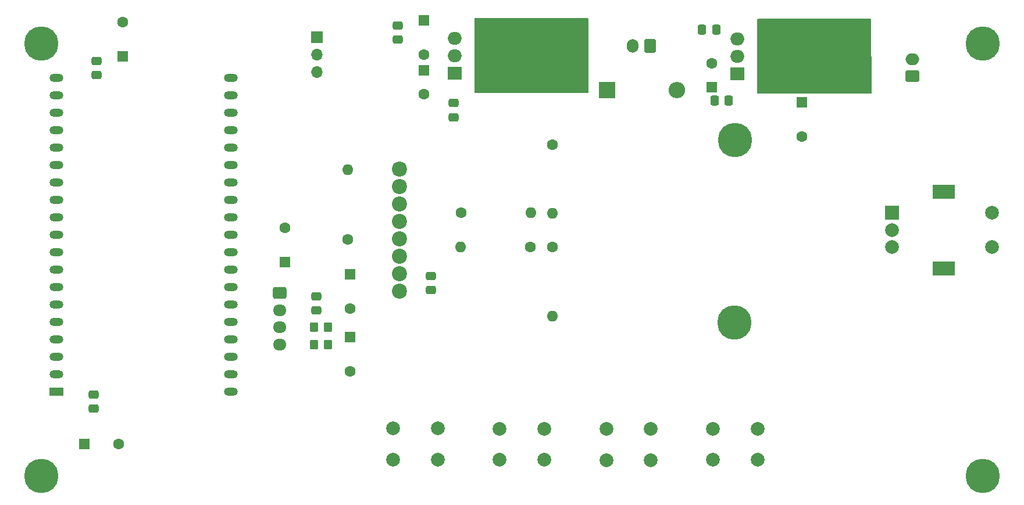
<source format=gbs>
G04 #@! TF.GenerationSoftware,KiCad,Pcbnew,8.0.2*
G04 #@! TF.CreationDate,2024-05-25T11:53:28+02:00*
G04 #@! TF.ProjectId,VFO na esp32,56464f20-6e61-4206-9573-7033322e6b69,rev?*
G04 #@! TF.SameCoordinates,Original*
G04 #@! TF.FileFunction,Soldermask,Bot*
G04 #@! TF.FilePolarity,Negative*
%FSLAX46Y46*%
G04 Gerber Fmt 4.6, Leading zero omitted, Abs format (unit mm)*
G04 Created by KiCad (PCBNEW 8.0.2) date 2024-05-25 11:53:28*
%MOMM*%
%LPD*%
G01*
G04 APERTURE LIST*
G04 Aperture macros list*
%AMRoundRect*
0 Rectangle with rounded corners*
0 $1 Rounding radius*
0 $2 $3 $4 $5 $6 $7 $8 $9 X,Y pos of 4 corners*
0 Add a 4 corners polygon primitive as box body*
4,1,4,$2,$3,$4,$5,$6,$7,$8,$9,$2,$3,0*
0 Add four circle primitives for the rounded corners*
1,1,$1+$1,$2,$3*
1,1,$1+$1,$4,$5*
1,1,$1+$1,$6,$7*
1,1,$1+$1,$8,$9*
0 Add four rect primitives between the rounded corners*
20,1,$1+$1,$2,$3,$4,$5,0*
20,1,$1+$1,$4,$5,$6,$7,0*
20,1,$1+$1,$6,$7,$8,$9,0*
20,1,$1+$1,$8,$9,$2,$3,0*%
G04 Aperture macros list end*
%ADD10R,1.600000X1.600000*%
%ADD11C,1.600000*%
%ADD12RoundRect,0.250000X-0.475000X0.337500X-0.475000X-0.337500X0.475000X-0.337500X0.475000X0.337500X0*%
%ADD13RoundRect,0.250000X0.337500X0.475000X-0.337500X0.475000X-0.337500X-0.475000X0.337500X-0.475000X0*%
%ADD14RoundRect,0.250000X-0.337500X-0.475000X0.337500X-0.475000X0.337500X0.475000X-0.337500X0.475000X0*%
%ADD15RoundRect,0.250000X0.350000X0.450000X-0.350000X0.450000X-0.350000X-0.450000X0.350000X-0.450000X0*%
%ADD16C,2.200000*%
%ADD17R,1.700000X1.700000*%
%ADD18O,1.700000X1.700000*%
%ADD19C,5.000000*%
%ADD20O,1.600000X1.600000*%
%ADD21C,7.000000*%
%ADD22R,2.000000X2.000000*%
%ADD23C,2.000000*%
%ADD24R,3.200000X2.000000*%
%ADD25R,2.400000X2.400000*%
%ADD26O,2.400000X2.400000*%
%ADD27RoundRect,0.250000X0.750000X-0.600000X0.750000X0.600000X-0.750000X0.600000X-0.750000X-0.600000X0*%
%ADD28O,2.000000X1.700000*%
%ADD29RoundRect,0.250000X0.600000X0.750000X-0.600000X0.750000X-0.600000X-0.750000X0.600000X-0.750000X0*%
%ADD30O,1.700000X2.000000*%
%ADD31R,2.000000X1.200000*%
%ADD32O,2.000000X1.200000*%
%ADD33O,3.500000X3.500000*%
%ADD34R,2.000000X1.905000*%
%ADD35O,2.000000X1.905000*%
%ADD36RoundRect,0.250000X-0.725000X0.600000X-0.725000X-0.600000X0.725000X-0.600000X0.725000X0.600000X0*%
%ADD37O,1.950000X1.700000*%
G04 APERTURE END LIST*
D10*
X199600000Y-72400000D03*
D11*
X199600000Y-68900000D03*
D10*
X157700000Y-69900000D03*
D11*
X157700000Y-73400000D03*
D12*
X153900000Y-63362500D03*
X153900000Y-65437500D03*
X142000000Y-102852500D03*
X142000000Y-104927500D03*
X162000000Y-74662500D03*
X162000000Y-76737500D03*
D13*
X200237500Y-64000000D03*
X198162500Y-64000000D03*
D14*
X199962500Y-74300000D03*
X202037500Y-74300000D03*
D12*
X109600000Y-117162500D03*
X109600000Y-119237500D03*
X110000000Y-68562500D03*
X110000000Y-70637500D03*
X158700000Y-99862500D03*
X158700000Y-101937500D03*
D15*
X143690000Y-109860000D03*
X141690000Y-109860000D03*
X143690000Y-107360000D03*
X141690000Y-107360000D03*
D10*
X113800000Y-67900000D03*
D11*
X113800000Y-62900000D03*
D16*
X154100000Y-84300000D03*
X154100000Y-86840000D03*
X154100000Y-89380000D03*
X154100000Y-91920000D03*
X154100000Y-94460000D03*
X154100000Y-97000000D03*
X154100000Y-99540000D03*
X154100000Y-102080000D03*
D10*
X146900000Y-99600000D03*
D11*
X146900000Y-104600000D03*
D17*
X142100000Y-65060000D03*
D18*
X142100000Y-67600000D03*
X142100000Y-70140000D03*
D19*
X239000000Y-129000000D03*
D11*
X176400000Y-95700000D03*
D20*
X176400000Y-105700000D03*
D10*
X108200000Y-124400000D03*
D11*
X113200000Y-124400000D03*
D19*
X102000000Y-66000000D03*
D21*
X177950000Y-67810000D03*
D17*
X154125000Y-84325000D03*
D18*
X154125000Y-86865000D03*
X154125000Y-89405000D03*
X154125000Y-91945000D03*
X154125000Y-94485000D03*
X154125000Y-97025000D03*
X154125000Y-99565000D03*
X154125000Y-102105000D03*
D22*
X225850000Y-90700000D03*
D23*
X225850000Y-95700000D03*
X225850000Y-93200000D03*
D24*
X233350000Y-87600000D03*
X233350000Y-98800000D03*
D23*
X240350000Y-95700000D03*
X240350000Y-90700000D03*
X159700000Y-126610000D03*
X153200000Y-126610000D03*
X159700000Y-122110000D03*
X153200000Y-122110000D03*
X190730000Y-126700000D03*
X184230000Y-126700000D03*
X190730000Y-122200000D03*
X184230000Y-122200000D03*
D25*
X184330000Y-72840000D03*
D26*
X194490000Y-72840000D03*
D10*
X157700000Y-62600000D03*
D11*
X157700000Y-67600000D03*
D27*
X228750000Y-70790000D03*
D28*
X228750000Y-68290000D03*
D11*
X146600000Y-94580000D03*
D20*
X146600000Y-84420000D03*
D23*
X175200000Y-126670000D03*
X168700000Y-126670000D03*
X175200000Y-122170000D03*
X168700000Y-122170000D03*
D11*
X163050000Y-90670000D03*
D20*
X173210000Y-90670000D03*
D29*
X190600000Y-66360000D03*
D30*
X188100000Y-66360000D03*
D21*
X219150000Y-67830000D03*
D10*
X212700000Y-74600000D03*
D11*
X212700000Y-79600000D03*
D19*
X203000000Y-80100000D03*
D10*
X137400000Y-97900000D03*
D11*
X137400000Y-92900000D03*
D19*
X239000000Y-66000000D03*
D11*
X176400000Y-80720000D03*
D20*
X176400000Y-90720000D03*
D19*
X102000000Y-129000000D03*
D10*
X146910000Y-108770000D03*
D11*
X146910000Y-113770000D03*
X173200000Y-95700000D03*
D20*
X163040000Y-95700000D03*
D19*
X202900000Y-106700000D03*
D23*
X206290000Y-126670000D03*
X199790000Y-126670000D03*
X206290000Y-122170000D03*
X199790000Y-122170000D03*
D31*
X104200000Y-116703440D03*
D32*
X104200000Y-114163440D03*
X104200000Y-111623440D03*
X104200000Y-109083440D03*
X104200000Y-106543440D03*
X104200000Y-104003440D03*
X104200000Y-101463440D03*
X104200000Y-98923440D03*
X104200000Y-96383440D03*
X104200000Y-93843440D03*
X104200000Y-91303440D03*
X104200000Y-88763440D03*
X104200000Y-86223440D03*
X104200000Y-83683440D03*
X104200000Y-81143440D03*
X104200000Y-78603440D03*
X104200000Y-76063440D03*
X104200000Y-73523440D03*
X104200000Y-70983440D03*
X129596320Y-70986160D03*
X129596320Y-73526160D03*
X129600000Y-76063440D03*
X129600000Y-78603440D03*
X129600000Y-81143440D03*
X129600000Y-83683440D03*
X129600000Y-86223440D03*
X129600000Y-88763440D03*
X129600000Y-91303440D03*
X129600000Y-93843440D03*
X129600000Y-96383440D03*
X129600000Y-98923440D03*
X129600000Y-101463440D03*
X129600000Y-104003440D03*
X129600000Y-106543440D03*
X129600000Y-109083440D03*
X129600000Y-111623440D03*
X129600000Y-114163440D03*
X129600000Y-116703440D03*
D33*
X177950000Y-67770000D03*
D34*
X162150000Y-70310000D03*
D35*
X162150000Y-67770000D03*
X162150000Y-65230000D03*
D33*
X219130000Y-67860000D03*
D34*
X203330000Y-70400000D03*
D35*
X203330000Y-67860000D03*
X203330000Y-65320000D03*
D36*
X136700000Y-102350000D03*
D37*
X136700000Y-104850000D03*
X136700000Y-107350000D03*
X136700000Y-109850000D03*
G36*
X181558203Y-62298063D02*
G01*
X181603958Y-62350867D01*
X181615163Y-62401924D01*
X181654254Y-73083774D01*
X181634815Y-73150885D01*
X181582179Y-73196833D01*
X181530106Y-73208228D01*
X165128562Y-73188526D01*
X165061546Y-73168761D01*
X165015855Y-73115902D01*
X165004711Y-73064526D01*
X165004711Y-62402378D01*
X165024396Y-62335339D01*
X165077200Y-62289584D01*
X165128711Y-62278378D01*
X181491164Y-62278378D01*
X181558203Y-62298063D01*
G37*
G36*
X222743492Y-62439685D02*
G01*
X222789247Y-62492489D01*
X222800452Y-62543546D01*
X222839543Y-73225396D01*
X222820104Y-73292507D01*
X222767468Y-73338455D01*
X222715395Y-73349850D01*
X206313851Y-73330148D01*
X206246835Y-73310383D01*
X206201144Y-73257524D01*
X206190000Y-73206148D01*
X206190000Y-62544000D01*
X206209685Y-62476961D01*
X206262489Y-62431206D01*
X206314000Y-62420000D01*
X222676453Y-62420000D01*
X222743492Y-62439685D01*
G37*
M02*

</source>
